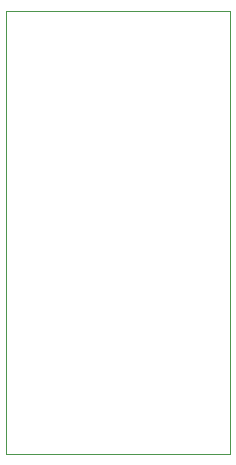
<source format=gm1>
G04 #@! TF.GenerationSoftware,KiCad,Pcbnew,8.0.3*
G04 #@! TF.CreationDate,2025-03-14T18:24:53+01:00*
G04 #@! TF.ProjectId,Nixie,4e697869-652e-46b6-9963-61645f706362,rev?*
G04 #@! TF.SameCoordinates,Original*
G04 #@! TF.FileFunction,Profile,NP*
%FSLAX46Y46*%
G04 Gerber Fmt 4.6, Leading zero omitted, Abs format (unit mm)*
G04 Created by KiCad (PCBNEW 8.0.3) date 2025-03-14 18:24:53*
%MOMM*%
%LPD*%
G01*
G04 APERTURE LIST*
G04 #@! TA.AperFunction,Profile*
%ADD10C,0.050000*%
G04 #@! TD*
G04 APERTURE END LIST*
D10*
X66000000Y-44100000D02*
X85000000Y-44100000D01*
X85000000Y-81600000D01*
X66000000Y-81600000D01*
X66000000Y-44100000D01*
M02*

</source>
